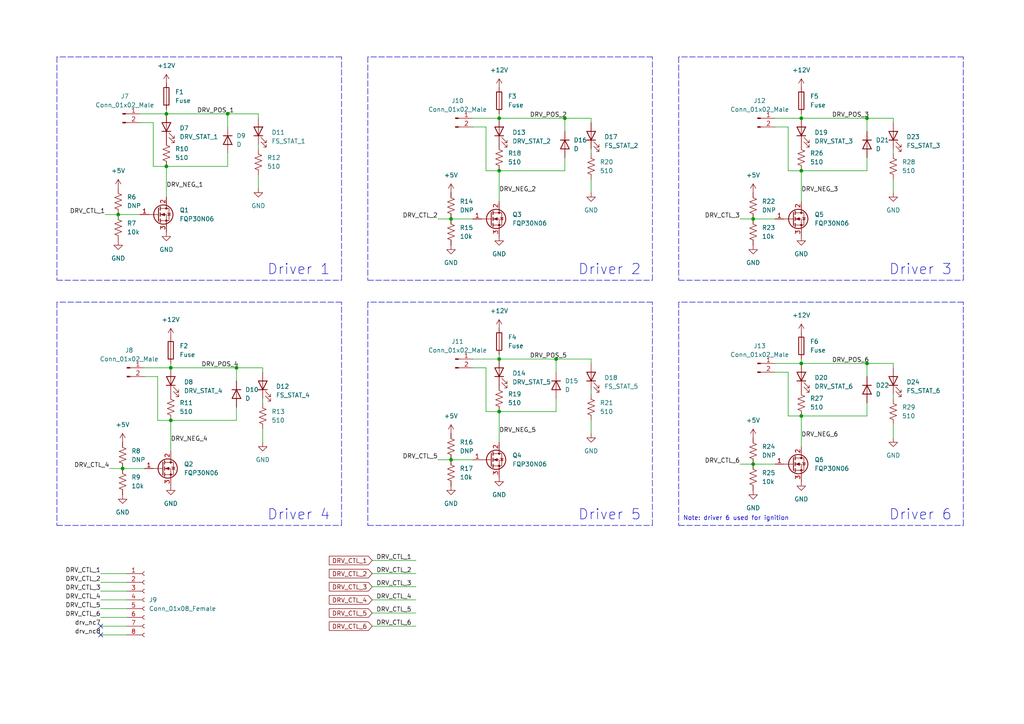
<source format=kicad_sch>
(kicad_sch (version 20211123) (generator eeschema)
  (paper "A4")
  (title_block (title "Drivers") (rev "1") (company "Rice Eclipse"))
  (lib_symbols
    (symbol "Connector:Conn_01x02_Male" (pin_names (offset 1.016) hide)
      (property "Reference" "J" (at 0 2.54 0))
      (property "Value" "Conn_01x02_Male" (at 0 -5.08 0))
      (symbol "Conn_01x02_Male_1_1"
        (polyline (pts (xy 1.27 -2.54) (xy 0.8636 -2.54)) (stroke (width 0.1524)))
        (polyline (pts (xy 1.27 0) (xy 0.8636 0)) (stroke (width 0.1524)))
        (rectangle (start 0.8636 -2.413) (end 0 -2.667) (stroke (width 0.1524)) (fill (type outline)))
        (rectangle (start 0.8636 0.127) (end 0 -0.127) (stroke (width 0.1524)) (fill (type outline)))
        (pin passive line (at 5.08 0 180) (length 3.81) (name "Pin_1") (number "1"))
        (pin passive line (at 5.08 -2.54 180) (length 3.81) (name "Pin_2") (number "2"))
      )
    )
    (symbol "Connector:Conn_01x08_Female" (pin_names (offset 1.016) hide)
      (property "Reference" "J" (at 0 10.16 0))
      (property "Value" "Conn_01x08_Female" (at 0 -12.7 0))
      (symbol "Conn_01x08_Female_1_1"
        (arc (start 0 -9.652) (mid -0.508 -10.16) (end 0 -10.668) (stroke (width 0.1524)))
        (arc (start 0 -7.112) (mid -0.508 -7.62) (end 0 -8.128) (stroke (width 0.1524)))
        (arc (start 0 -4.572) (mid -0.508 -5.08) (end 0 -5.588) (stroke (width 0.1524)))
        (arc (start 0 -2.032) (mid -0.508 -2.54) (end 0 -3.048) (stroke (width 0.1524)))
        (polyline (pts (xy -1.27 -10.16) (xy -0.508 -10.16)) (stroke (width 0.1524)))
        (polyline (pts (xy -1.27 -7.62) (xy -0.508 -7.62)) (stroke (width 0.1524)))
        (polyline (pts (xy -1.27 -5.08) (xy -0.508 -5.08)) (stroke (width 0.1524)))
        (polyline (pts (xy -1.27 -2.54) (xy -0.508 -2.54)) (stroke (width 0.1524)))
        (polyline (pts (xy -1.27 0) (xy -0.508 0)) (stroke (width 0.1524)))
        (polyline (pts (xy -1.27 2.54) (xy -0.508 2.54)) (stroke (width 0.1524)))
        (polyline (pts (xy -1.27 5.08) (xy -0.508 5.08)) (stroke (width 0.1524)))
        (polyline (pts (xy -1.27 7.62) (xy -0.508 7.62)) (stroke (width 0.1524)))
        (arc (start 0 0.508) (mid -0.508 0) (end 0 -0.508) (stroke (width 0.1524)))
        (arc (start 0 3.048) (mid -0.508 2.54) (end 0 2.032) (stroke (width 0.1524)))
        (arc (start 0 5.588) (mid -0.508 5.08) (end 0 4.572) (stroke (width 0.1524)))
        (arc (start 0 8.128) (mid -0.508 7.62) (end 0 7.112) (stroke (width 0.1524)))
        (pin passive line (at -5.08 7.62 0) (length 3.81) (name "Pin_1") (number "1"))
        (pin passive line (at -5.08 5.08 0) (length 3.81) (name "Pin_2") (number "2"))
        (pin passive line (at -5.08 2.54 0) (length 3.81) (name "Pin_3") (number "3"))
        (pin passive line (at -5.08 0 0) (length 3.81) (name "Pin_4") (number "4"))
        (pin passive line (at -5.08 -2.54 0) (length 3.81) (name "Pin_5") (number "5"))
        (pin passive line (at -5.08 -5.08 0) (length 3.81) (name "Pin_6") (number "6"))
        (pin passive line (at -5.08 -7.62 0) (length 3.81) (name "Pin_7") (number "7"))
        (pin passive line (at -5.08 -10.16 0) (length 3.81) (name "Pin_8") (number "8"))
      )
    )
    (symbol "Device:D" (pin_numbers hide) (pin_names (offset 1.016) hide)
      (property "Reference" "D" (at 0 2.54 0))
      (property "Value" "D" (at 0 -2.54 0))
      (symbol "D_0_1"
        (polyline (pts (xy -1.27 1.27) (xy -1.27 -1.27)) (stroke (width 0.254)))
        (polyline (pts (xy 1.27 0) (xy -1.27 0)))
        (polyline (pts (xy 1.27 1.27) (xy 1.27 -1.27) (xy -1.27 0) (xy 1.27 1.27)) (stroke (width 0.254)))
      )
      (symbol "D_1_1"
        (pin passive line (at -3.81 0 0) (length 2.54) (name "K") (number "1"))
        (pin passive line (at 3.81 0 180) (length 2.54) (name "A") (number "2"))
      )
    )
    (symbol "Device:Fuse" (pin_numbers hide) (pin_names (offset 0))
      (property "Reference" "F" (at 2.032 0 90))
      (property "Value" "Fuse" (at -1.905 0 90))
      (symbol "Fuse_0_1"
        (rectangle (start -0.762 -2.54) (end 0.762 2.54) (stroke (width 0.254)))
        (polyline (pts (xy 0 2.54) (xy 0 -2.54)))
      )
      (symbol "Fuse_1_1"
        (pin passive line (at 0 3.81 270) (length 1.27) (name "~") (number "1"))
        (pin passive line (at 0 -3.81 90) (length 1.27) (name "~") (number "2"))
      )
    )
    (symbol "Device:LED" (pin_numbers hide) (pin_names (offset 1.016) hide)
      (property "Reference" "D" (at 0 2.54 0))
      (property "Value" "LED" (at 0 -2.54 0))
      (symbol "LED_0_1"
        (polyline (pts (xy -1.27 -1.27) (xy -1.27 1.27)) (stroke (width 0.254)))
        (polyline (pts (xy -1.27 0) (xy 1.27 0)))
        (polyline (pts (xy 1.27 -1.27) (xy 1.27 1.27) (xy -1.27 0) (xy 1.27 -1.27)) (stroke (width 0.254)))
        (polyline (pts (xy -3.048 -0.762) (xy -4.572 -2.286) (xy -3.81 -2.286) (xy -4.572 -2.286) (xy -4.572 -1.524)))
        (polyline (pts (xy -1.778 -0.762) (xy -3.302 -2.286) (xy -2.54 -2.286) (xy -3.302 -2.286) (xy -3.302 -1.524)))
      )
      (symbol "LED_1_1"
        (pin passive line (at -3.81 0 0) (length 2.54) (name "K") (number "1"))
        (pin passive line (at 3.81 0 180) (length 2.54) (name "A") (number "2"))
      )
    )
    (symbol "Device:Q_NMOS_GDS" (pin_names (offset 0) hide)
      (property "Reference" "Q" (at 5.08 1.27 0))
      (property "Value" "Q_NMOS_GDS" (at 5.08 -1.27 0))
      (symbol "Q_NMOS_GDS_0_1"
        (polyline (pts (xy 0.254 0) (xy -2.54 0)))
        (polyline (pts (xy 0.254 1.905) (xy 0.254 -1.905)) (stroke (width 0.254)))
        (polyline (pts (xy 0.762 -1.27) (xy 0.762 -2.286)) (stroke (width 0.254)))
        (polyline (pts (xy 0.762 0.508) (xy 0.762 -0.508)) (stroke (width 0.254)))
        (polyline (pts (xy 0.762 2.286) (xy 0.762 1.27)) (stroke (width 0.254)))
        (polyline (pts (xy 2.54 2.54) (xy 2.54 1.778)))
        (polyline (pts (xy 2.54 -2.54) (xy 2.54 0) (xy 0.762 0)))
        (polyline (pts (xy 0.762 -1.778) (xy 3.302 -1.778) (xy 3.302 1.778) (xy 0.762 1.778)))
        (polyline (pts (xy 1.016 0) (xy 2.032 0.381) (xy 2.032 -0.381) (xy 1.016 0)) (fill (type outline)))
        (polyline (pts (xy 2.794 0.508) (xy 2.921 0.381) (xy 3.683 0.381) (xy 3.81 0.254)))
        (polyline (pts (xy 3.302 0.381) (xy 2.921 -0.254) (xy 3.683 -0.254) (xy 3.302 0.381)))
        (circle (center 1.651 0) (radius 2.794) (stroke (width 0.254)))
        (circle (center 2.54 -1.778) (radius 0.254) (fill (type outline)))
        (circle (center 2.54 1.778) (radius 0.254) (fill (type outline)))
      )
      (symbol "Q_NMOS_GDS_1_1"
        (pin input line (at -5.08 0 0) (length 2.54) (name "G") (number "1"))
        (pin passive line (at 2.54 5.08 270) (length 2.54) (name "D") (number "2"))
        (pin passive line (at 2.54 -5.08 90) (length 2.54) (name "S") (number "3"))
      )
    )
    (symbol "Device:R_US" (pin_numbers hide) (pin_names (offset 0))
      (property "Reference" "R" (at 2.54 0 90))
      (property "Value" "R_US" (at -2.54 0 90))
      (symbol "R_US_0_1"
        (polyline (pts (xy 0 -2.286) (xy 0 -2.54)))
        (polyline (pts (xy 0 2.286) (xy 0 2.54)))
        (polyline (pts (xy 0 -0.762) (xy 1.016 -1.143) (xy 0 -1.524) (xy -1.016 -1.905) (xy 0 -2.286)))
        (polyline (pts (xy 0 0.762) (xy 1.016 0.381) (xy 0 0) (xy -1.016 -0.381) (xy 0 -0.762)))
        (polyline (pts (xy 0 2.286) (xy 1.016 1.905) (xy 0 1.524) (xy -1.016 1.143) (xy 0 0.762)))
      )
      (symbol "R_US_1_1"
        (pin passive line (at 0 3.81 270) (length 1.27) (name "~") (number "1"))
        (pin passive line (at 0 -3.81 90) (length 1.27) (name "~") (number "2"))
      )
    )
    (symbol "power:+12V" (power) (pin_names (offset 0))
      (property "Value" "+12V" (at 0 3.556 0))
      (symbol "+12V_0_1"
        (polyline (pts (xy -0.762 1.27) (xy 0 2.54)))
        (polyline (pts (xy 0 0) (xy 0 2.54)))
        (polyline (pts (xy 0 2.54) (xy 0.762 1.27)))
      )
      (symbol "+12V_1_1"
        (pin power_in line (at 0 0 90) (length 0) hide (name "+12V") (number "1"))
      )
    )
    (symbol "power:+5V" (power) (pin_names (offset 0))
      (property "Value" "+5V" (at 0 3.556 0))
      (symbol "+5V_0_1"
        (polyline (pts (xy -0.762 1.27) (xy 0 2.54)))
        (polyline (pts (xy 0 0) (xy 0 2.54)))
        (polyline (pts (xy 0 2.54) (xy 0.762 1.27)))
      )
      (symbol "+5V_1_1"
        (pin power_in line (at 0 0 90) (length 0) hide (name "+5V") (number "1"))
      )
    )
    (symbol "power:GND" (power) (pin_names (offset 0))
      (property "Value" "GND" (at 0 -3.81 0))
      (symbol "GND_0_1"
        (polyline (pts (xy 0 0) (xy 0 -1.27) (xy 1.27 -1.27) (xy 0 -2.54) (xy -1.27 -1.27) (xy 0 -1.27)))
      )
      (symbol "GND_1_1"
        (pin power_in line (at 0 0 270) (length 0) hide (name "GND") (number "1"))
      )
    )
  )
  (junction (at 35.56 135.89))
  (junction (at 232.41 34.29))
  (junction (at 68.58 106.68))
  (junction (at 161.29 104.14))
  (junction (at 218.44 134.62))
  (junction (at 144.78 104.14))
  (junction (at 251.46 34.29))
  (junction (at 144.78 34.29))
  (junction (at 130.81 133.35))
  (junction (at 144.78 119.38))
  (junction (at 251.46 105.41))
  (junction (at 66.04 33.02))
  (junction (at 130.81 63.5))
  (junction (at 48.26 48.26))
  (junction (at 232.41 120.65))
  (junction (at 48.26 33.02))
  (junction (at 144.78 49.53))
  (junction (at 232.41 49.53))
  (junction (at 49.53 106.68))
  (junction (at 218.44 63.5))
  (junction (at 163.83 34.29))
  (junction (at 232.41 105.41))
  (junction (at 34.29 62.23))
  (junction (at 49.53 121.92))
  (no_connect (at 29.21 181.61))
  (no_connect (at 29.21 184.15))
  (wire (pts (xy 29.21 179.07) (xy 36.83 179.07)))
  (polyline (pts (xy 196.85 16.51) (xy 196.85 81.28)))
  (wire (pts (xy 48.26 31.75) (xy 48.26 33.02)))
  (wire (pts (xy 127 63.5) (xy 130.81 63.5)))
  (wire (pts (xy 49.53 106.68) (xy 68.58 106.68)))
  (polyline (pts (xy 196.85 81.28) (xy 279.4 81.28)))
  (wire (pts (xy 144.78 34.29) (xy 163.83 34.29)))
  (wire (pts (xy 171.45 43.18) (xy 171.45 44.45)))
  (wire (pts (xy 41.91 109.22) (xy 45.72 109.22)))
  (wire (pts (xy 137.16 36.83) (xy 140.97 36.83)))
  (wire (pts (xy 49.53 121.92) (xy 68.58 121.92)))
  (polyline (pts (xy 189.23 152.4) (xy 189.23 87.63)))
  (wire (pts (xy 74.93 34.29) (xy 74.93 33.02)))
  (polyline (pts (xy 279.4 81.28) (xy 279.4 16.51)))
  (wire (pts (xy 228.6 120.65) (xy 232.41 120.65)))
  (wire (pts (xy 232.41 105.41) (xy 251.46 105.41)))
  (wire (pts (xy 228.6 107.95) (xy 228.6 120.65)))
  (wire (pts (xy 49.53 105.41) (xy 49.53 106.68)))
  (wire (pts (xy 41.91 106.68) (xy 49.53 106.68)))
  (wire (pts (xy 171.45 52.07) (xy 171.45 55.88)))
  (wire (pts (xy 44.45 48.26) (xy 48.26 48.26)))
  (polyline (pts (xy 16.51 152.4) (xy 99.06 152.4)))
  (wire (pts (xy 29.21 171.45) (xy 36.83 171.45)))
  (polyline (pts (xy 279.4 152.4) (xy 279.4 87.63)))
  (wire (pts (xy 48.26 33.02) (xy 66.04 33.02)))
  (wire (pts (xy 161.29 104.14) (xy 144.78 104.14)))
  (wire (pts (xy 161.29 119.38) (xy 161.29 115.57)))
  (polyline (pts (xy 106.68 81.28) (xy 189.23 81.28)))
  (wire (pts (xy 107.95 181.61) (xy 120.65 181.61)))
  (wire (pts (xy 259.08 43.18) (xy 259.08 44.45)))
  (wire (pts (xy 30.48 62.23) (xy 34.29 62.23)))
  (wire (pts (xy 29.21 184.15) (xy 36.83 184.15)))
  (polyline (pts (xy 99.06 16.51) (xy 16.51 16.51)))
  (wire (pts (xy 29.21 176.53) (xy 36.83 176.53)))
  (wire (pts (xy 171.45 113.03) (xy 171.45 114.3)))
  (wire (pts (xy 218.44 134.62) (xy 224.79 134.62)))
  (wire (pts (xy 107.95 162.56) (xy 120.65 162.56)))
  (wire (pts (xy 163.83 38.1) (xy 163.83 34.29)))
  (wire (pts (xy 29.21 166.37) (xy 36.83 166.37)))
  (polyline (pts (xy 16.51 81.28) (xy 99.06 81.28)))
  (wire (pts (xy 140.97 36.83) (xy 140.97 49.53)))
  (wire (pts (xy 130.81 63.5) (xy 137.16 63.5)))
  (wire (pts (xy 171.45 121.92) (xy 171.45 125.73)))
  (wire (pts (xy 34.29 62.23) (xy 40.64 62.23)))
  (wire (pts (xy 66.04 36.83) (xy 66.04 33.02)))
  (wire (pts (xy 74.93 41.91) (xy 74.93 43.18)))
  (wire (pts (xy 137.16 34.29) (xy 144.78 34.29)))
  (wire (pts (xy 44.45 35.56) (xy 44.45 48.26)))
  (wire (pts (xy 40.64 35.56) (xy 44.45 35.56)))
  (wire (pts (xy 224.79 105.41) (xy 232.41 105.41)))
  (wire (pts (xy 144.78 33.02) (xy 144.78 34.29)))
  (wire (pts (xy 251.46 38.1) (xy 251.46 34.29)))
  (wire (pts (xy 259.08 114.3) (xy 259.08 115.57)))
  (wire (pts (xy 232.41 34.29) (xy 251.46 34.29)))
  (wire (pts (xy 224.79 107.95) (xy 228.6 107.95)))
  (wire (pts (xy 232.41 104.14) (xy 232.41 105.41)))
  (wire (pts (xy 144.78 119.38) (xy 144.78 128.27)))
  (wire (pts (xy 214.63 134.62) (xy 218.44 134.62)))
  (wire (pts (xy 251.46 120.65) (xy 251.46 116.84)))
  (wire (pts (xy 76.2 115.57) (xy 76.2 116.84)))
  (polyline (pts (xy 99.06 87.63) (xy 16.51 87.63)))
  (polyline (pts (xy 279.4 16.51) (xy 196.85 16.51)))
  (polyline (pts (xy 106.68 152.4) (xy 189.23 152.4)))
  (wire (pts (xy 130.81 133.35) (xy 137.16 133.35)))
  (wire (pts (xy 214.63 63.5) (xy 218.44 63.5)))
  (polyline (pts (xy 196.85 87.63) (xy 196.85 152.4)))
  (polyline (pts (xy 189.23 81.28) (xy 189.23 16.51)))
  (wire (pts (xy 68.58 110.49) (xy 68.58 106.68)))
  (wire (pts (xy 137.16 104.14) (xy 144.78 104.14)))
  (wire (pts (xy 163.83 49.53) (xy 163.83 45.72)))
  (polyline (pts (xy 99.06 152.4) (xy 99.06 87.63)))
  (wire (pts (xy 107.95 170.18) (xy 120.65 170.18)))
  (wire (pts (xy 232.41 120.65) (xy 232.41 129.54)))
  (wire (pts (xy 76.2 106.68) (xy 68.58 106.68)))
  (polyline (pts (xy 16.51 87.63) (xy 16.51 152.4)))
  (wire (pts (xy 171.45 105.41) (xy 171.45 104.14)))
  (wire (pts (xy 232.41 49.53) (xy 251.46 49.53)))
  (wire (pts (xy 259.08 35.56) (xy 259.08 34.29)))
  (wire (pts (xy 218.44 63.5) (xy 224.79 63.5)))
  (wire (pts (xy 259.08 106.68) (xy 259.08 105.41)))
  (wire (pts (xy 29.21 173.99) (xy 36.83 173.99)))
  (wire (pts (xy 144.78 49.53) (xy 144.78 58.42)))
  (wire (pts (xy 259.08 52.07) (xy 259.08 55.88)))
  (wire (pts (xy 76.2 107.95) (xy 76.2 106.68)))
  (polyline (pts (xy 189.23 87.63) (xy 106.68 87.63)))
  (wire (pts (xy 48.26 48.26) (xy 66.04 48.26)))
  (wire (pts (xy 144.78 49.53) (xy 163.83 49.53)))
  (wire (pts (xy 259.08 105.41) (xy 251.46 105.41)))
  (wire (pts (xy 140.97 106.68) (xy 140.97 119.38)))
  (wire (pts (xy 144.78 119.38) (xy 161.29 119.38)))
  (wire (pts (xy 66.04 48.26) (xy 66.04 44.45)))
  (wire (pts (xy 107.95 177.8) (xy 120.65 177.8)))
  (wire (pts (xy 171.45 35.56) (xy 171.45 34.29)))
  (wire (pts (xy 259.08 123.19) (xy 259.08 127)))
  (wire (pts (xy 224.79 34.29) (xy 232.41 34.29)))
  (wire (pts (xy 144.78 102.87) (xy 144.78 104.14)))
  (wire (pts (xy 228.6 36.83) (xy 228.6 49.53)))
  (wire (pts (xy 40.64 33.02) (xy 48.26 33.02)))
  (wire (pts (xy 29.21 168.91) (xy 36.83 168.91)))
  (wire (pts (xy 35.56 135.89) (xy 41.91 135.89)))
  (wire (pts (xy 232.41 120.65) (xy 251.46 120.65)))
  (wire (pts (xy 228.6 49.53) (xy 232.41 49.53)))
  (wire (pts (xy 259.08 34.29) (xy 251.46 34.29)))
  (wire (pts (xy 45.72 121.92) (xy 49.53 121.92)))
  (wire (pts (xy 74.93 50.8) (xy 74.93 54.61)))
  (wire (pts (xy 127 133.35) (xy 130.81 133.35)))
  (polyline (pts (xy 279.4 87.63) (xy 196.85 87.63)))
  (wire (pts (xy 161.29 107.95) (xy 161.29 104.14)))
  (wire (pts (xy 74.93 33.02) (xy 66.04 33.02)))
  (wire (pts (xy 171.45 104.14) (xy 161.29 104.14)))
  (polyline (pts (xy 99.06 81.28) (xy 99.06 16.51)))
  (wire (pts (xy 140.97 119.38) (xy 144.78 119.38)))
  (wire (pts (xy 251.46 109.22) (xy 251.46 105.41)))
  (wire (pts (xy 107.95 166.37) (xy 120.65 166.37)))
  (wire (pts (xy 107.95 173.99) (xy 120.65 173.99)))
  (wire (pts (xy 232.41 33.02) (xy 232.41 34.29)))
  (polyline (pts (xy 189.23 16.51) (xy 106.68 16.51)))
  (wire (pts (xy 232.41 49.53) (xy 232.41 58.42)))
  (polyline (pts (xy 106.68 16.51) (xy 106.68 81.28)))
  (polyline (pts (xy 16.51 16.51) (xy 16.51 81.28)))
  (wire (pts (xy 68.58 121.92) (xy 68.58 118.11)))
  (polyline (pts (xy 196.85 152.4) (xy 279.4 152.4)))
  (wire (pts (xy 29.21 181.61) (xy 36.83 181.61)))
  (wire (pts (xy 251.46 49.53) (xy 251.46 45.72)))
  (wire (pts (xy 31.75 135.89) (xy 35.56 135.89)))
  (polyline (pts (xy 106.68 87.63) (xy 106.68 152.4)))
  (wire (pts (xy 171.45 34.29) (xy 163.83 34.29)))
  (wire (pts (xy 45.72 109.22) (xy 45.72 121.92)))
  (wire (pts (xy 76.2 124.46) (xy 76.2 128.27)))
  (wire (pts (xy 48.26 48.26) (xy 48.26 57.15)))
  (wire (pts (xy 49.53 121.92) (xy 49.53 130.81)))
  (wire (pts (xy 224.79 36.83) (xy 228.6 36.83)))
  (wire (pts (xy 140.97 49.53) (xy 144.78 49.53)))
  (wire (pts (xy 137.16 106.68) (xy 140.97 106.68)))
  (text "Driver 1\n" (at 77.47 80.01 0) (effects (font (size 3 3)) (justify left bottom)))
  (text "Driver 3" (at 257.81 80.01 0) (effects (font (size 3 3)) (justify left bottom)))
  (text "Driver 2\n" (at 167.64 80.01 0) (effects (font (size 3 3)) (justify left bottom)))
  (text "Driver 6" (at 257.81 151.13 0) (effects (font (size 3 3)) (justify left bottom)))
  (text "Driver 4" (at 77.47 151.13 0) (effects (font (size 3 3)) (justify left bottom)))
  (text "Note: driver 6 used for ignition" (at 198.12 151.13 0) (effects (font (size 1.27 1.27)) (justify left bottom)))
  (text "Driver 5\n" (at 167.64 151.13 0) (effects (font (size 3 3)) (justify left bottom)))
  (label "DRV_POS_3" (at 241.3 34.29 0))
  (label "DRV_NEG_3" (at 232.41 55.88 0))
  (label "DRV_NEG_2" (at 144.78 55.88 0))
  (label "DRV_CTL_4" (at 119.38 173.99 180))
  (label "DRV_POS_4" (at 58.42 106.68 0))
  (label "DRV_CTL_1" (at 119.38 162.56 180))
  (label "DRV_NEG_5" (at 144.78 125.73 0))
  (label "DRV_CTL_3" (at 214.63 63.5 180))
  (label "DRV_NEG_4" (at 49.53 128.27 0))
  (label "DRV_CTL_4" (at 31.75 135.89 180))
  (label "DRV_CTL_5" (at 119.38 177.8 180))
  (label "DRV_POS_6" (at 241.3 105.41 0))
  (label "DRV_NEG_6" (at 232.41 127 0))
  (label "DRV_CTL_1" (at 29.21 166.37 180))
  (label "DRV_CTL_6" (at 29.21 179.07 180))
  (label "DRV_CTL_5" (at 127 133.35 180))
  (label "drv_nc7" (at 29.21 181.61 180))
  (label "drv_nc8" (at 29.21 184.15 180))
  (label "DRV_POS_5" (at 153.67 104.14 0))
  (label "DRV_CTL_2" (at 127 63.5 180))
  (label "DRV_CTL_3" (at 29.21 171.45 180))
  (label "DRV_CTL_1" (at 30.48 62.23 180))
  (label "DRV_POS_1" (at 57.15 33.02 0))
  (label "DRV_NEG_1" (at 48.26 54.61 0))
  (label "DRV_CTL_5" (at 29.21 176.53 180))
  (label "DRV_CTL_6" (at 214.63 134.62 180))
  (label "DRV_CTL_2" (at 29.21 168.91 180))
  (label "DRV_CTL_4" (at 29.21 173.99 180))
  (label "DRV_CTL_6" (at 119.38 181.61 180))
  (label "DRV_POS_2" (at 153.67 34.29 0))
  (label "DRV_CTL_2" (at 119.38 166.37 180))
  (label "DRV_CTL_3" (at 119.38 170.18 180))
  (global_label "DRV_CTL_2" (shape input) (at 107.95 166.37 180) (property "Intersheet References" "${INTERSHEET_REFS}" (effects hide)))
  (global_label "DRV_CTL_3" (shape input) (at 107.95 170.18 180) (property "Intersheet References" "${INTERSHEET_REFS}" (effects hide)))
  (global_label "DRV_CTL_4" (shape input) (at 107.95 173.99 180) (property "Intersheet References" "${INTERSHEET_REFS}" (effects hide)))
  (global_label "DRV_CTL_6" (shape input) (at 107.95 181.61 180) (property "Intersheet References" "${INTERSHEET_REFS}" (effects hide)))
  (global_label "DRV_CTL_1" (shape input) (at 107.95 162.56 180) (property "Intersheet References" "${INTERSHEET_REFS}" (effects hide)))
  (global_label "DRV_CTL_5" (shape input) (at 107.95 177.8 180) (property "Intersheet References" "${INTERSHEET_REFS}" (effects hide)))
  (symbol (lib_id "Device:Q_NMOS_GDS") (at 142.24 133.35 0) (unit 1)
    (property "Reference" "Q4" (at 148.59 132.0799 0) (effects (justify left)))
    (property "Value" "FQP30N06" (at 148.59 134.6199 0) (effects (justify left)))
  )
  (symbol (lib_id "power:GND") (at 218.44 71.12 0) (unit 1)
    (property "Reference" "#PWR038" (effects hide))
    (property "Value" "GND" (at 218.44 76.2 0))
  )
  (symbol (lib_id "power:+5V") (at 34.29 54.61 0) (unit 1)
    (property "Reference" "#PWR017" (effects hide))
    (property "Value" "+5V" (at 34.29 49.53 0))
  )
  (symbol (lib_id "power:GND") (at 35.56 143.51 0) (unit 1)
    (property "Reference" "#PWR020" (effects hide))
    (property "Value" "GND" (at 35.56 148.59 0))
  )
  (symbol (lib_id "power:GND") (at 171.45 55.88 0) (unit 1)
    (property "Reference" "#PWR035" (effects hide))
    (property "Value" "GND" (at 171.45 60.96 0))
  )
  (symbol (lib_id "power:GND") (at 218.44 142.24 0) (unit 1)
    (property "Reference" "#PWR040" (effects hide))
    (property "Value" "GND" (at 218.44 147.32 0))
  )
  (symbol (lib_id "Device:Q_NMOS_GDS") (at 45.72 62.23 0) (unit 1)
    (property "Reference" "Q1" (at 52.07 60.9599 0) (effects (justify left)))
    (property "Value" "FQP30N06" (at 52.07 63.4999 0) (effects (justify left)))
  )
  (symbol (lib_id "Device:Fuse") (at 48.26 27.94 0) (unit 1)
    (property "Reference" "F1" (at 50.8 26.6699 0) (effects (justify left)))
    (property "Value" "Fuse" (at 50.8 29.2099 0) (effects (justify left)))
  )
  (symbol (lib_id "Connector:Conn_01x02_Male") (at 36.83 106.68 0) (unit 1)
    (property "Reference" "J8" (at 37.465 101.6 0))
    (property "Value" "Conn_01x02_Male" (at 37.465 104.14 0))
  )
  (symbol (lib_id "power:+5V") (at 130.81 125.73 0) (unit 1)
    (property "Reference" "#PWR029" (effects hide))
    (property "Value" "+5V" (at 130.81 120.65 0))
  )
  (symbol (lib_id "power:+5V") (at 218.44 55.88 0) (unit 1)
    (property "Reference" "#PWR037" (effects hide))
    (property "Value" "+5V" (at 218.44 50.8 0))
  )
  (symbol (lib_id "power:GND") (at 171.45 125.73 0) (unit 1)
    (property "Reference" "#PWR036" (effects hide))
    (property "Value" "GND" (at 171.45 130.81 0))
  )
  (symbol (lib_id "power:GND") (at 48.26 67.31 0) (unit 1)
    (property "Reference" "#PWR022" (effects hide))
    (property "Value" "GND" (at 48.26 72.39 0))
  )
  (symbol (lib_id "Device:D") (at 161.29 111.76 270) (unit 1)
    (property "Reference" "D15" (at 163.83 110.4899 90) (effects (justify left)))
    (property "Value" "D" (at 163.83 113.0299 90) (effects (justify left)))
  )
  (symbol (lib_id "Device:LED") (at 232.41 38.1 90) (unit 1)
    (property "Reference" "D19" (at 236.22 38.4174 90) (effects (justify right)))
    (property "Value" "DRV_STAT_3" (at 236.22 40.9574 90) (effects (justify right)))
  )
  (symbol (lib_id "Device:Q_NMOS_GDS") (at 229.87 134.62 0) (unit 1)
    (property "Reference" "Q6" (at 236.22 133.3499 0) (effects (justify left)))
    (property "Value" "FQP30N06" (at 236.22 135.8899 0) (effects (justify left)))
  )
  (symbol (lib_id "Device:R_US") (at 130.81 137.16 0) (unit 1)
    (property "Reference" "R17" (at 133.35 135.8899 0) (effects (justify left)))
    (property "Value" "10k" (at 133.35 138.4299 0) (effects (justify left)))
  )
  (symbol (lib_id "Device:R_US") (at 35.56 132.08 0) (unit 1) (on_board no)
    (property "Reference" "R8" (at 38.1 130.8099 0) (effects (justify left)))
    (property "Value" "DNP" (at 38.1 133.3499 0) (effects (justify left)))
  )
  (symbol (lib_id "Connector:Conn_01x08_Female") (at 41.91 173.99 0) (unit 1)
    (property "Reference" "J9" (at 43.18 173.9899 0) (effects (justify left)))
    (property "Value" "Conn_01x08_Female" (at 43.18 176.5299 0) (effects (justify left)))
  )
  (symbol (lib_id "Device:D") (at 251.46 41.91 270) (unit 1)
    (property "Reference" "D21" (at 254 40.6399 90) (effects (justify left)))
    (property "Value" "D" (at 254 43.1799 90) (effects (justify left)))
  )
  (symbol (lib_id "Device:R_US") (at 259.08 48.26 0) (unit 1)
    (property "Reference" "R28" (at 261.62 46.9899 0) (effects (justify left)))
    (property "Value" "510" (at 261.62 49.5299 0) (effects (justify left)))
  )
  (symbol (lib_id "power:GND") (at 144.78 68.58 0) (unit 1)
    (property "Reference" "#PWR032" (effects hide))
    (property "Value" "GND" (at 144.78 73.66 0))
  )
  (symbol (lib_id "Device:LED") (at 144.78 107.95 90) (unit 1)
    (property "Reference" "D14" (at 148.59 108.2674 90) (effects (justify right)))
    (property "Value" "DRV_STAT_5" (at 148.59 110.8074 90) (effects (justify right)))
  )
  (symbol (lib_id "Device:R_US") (at 34.29 58.42 0) (unit 1) (on_board no)
    (property "Reference" "R6" (at 36.83 57.1499 0) (effects (justify left)))
    (property "Value" "DNP" (at 36.83 59.6899 0) (effects (justify left)))
  )
  (symbol (lib_id "power:GND") (at 49.53 140.97 0) (unit 1)
    (property "Reference" "#PWR024" (effects hide))
    (property "Value" "GND" (at 49.53 146.05 0))
  )
  (symbol (lib_id "power:+12V") (at 232.41 96.52 0) (unit 1)
    (property "Reference" "#PWR043" (effects hide))
    (property "Value" "+12V" (at 232.41 91.44 0))
  )
  (symbol (lib_id "power:+12V") (at 48.26 24.13 0) (unit 1)
    (property "Reference" "#PWR021" (effects hide))
    (property "Value" "+12V" (at 48.26 19.05 0))
  )
  (symbol (lib_id "Device:Q_NMOS_GDS") (at 46.99 135.89 0) (unit 1)
    (property "Reference" "Q2" (at 53.34 134.6199 0) (effects (justify left)))
    (property "Value" "FQP30N06" (at 53.34 137.1599 0) (effects (justify left)))
  )
  (symbol (lib_id "power:+5V") (at 130.81 55.88 0) (unit 1)
    (property "Reference" "#PWR027" (effects hide))
    (property "Value" "+5V" (at 130.81 50.8 0))
  )
  (symbol (lib_id "Connector:Conn_01x02_Male") (at 132.08 34.29 0) (unit 1)
    (property "Reference" "J10" (at 132.715 29.21 0))
    (property "Value" "Conn_01x02_Male" (at 132.715 31.75 0))
  )
  (symbol (lib_id "Device:Fuse") (at 144.78 29.21 0) (unit 1)
    (property "Reference" "F3" (at 147.32 27.9399 0) (effects (justify left)))
    (property "Value" "Fuse" (at 147.32 30.4799 0) (effects (justify left)))
  )
  (symbol (lib_id "Device:Q_NMOS_GDS") (at 142.24 63.5 0) (unit 1)
    (property "Reference" "Q3" (at 148.59 62.2299 0) (effects (justify left)))
    (property "Value" "FQP30N06" (at 148.59 64.7699 0) (effects (justify left)))
  )
  (symbol (lib_id "Device:D") (at 251.46 113.03 270) (unit 1)
    (property "Reference" "D22" (at 254 111.7599 90) (effects (justify left)))
    (property "Value" "D" (at 254 114.2999 90) (effects (justify left)))
  )
  (symbol (lib_id "power:+12V") (at 49.53 97.79 0) (unit 1)
    (property "Reference" "#PWR023" (effects hide))
    (property "Value" "+12V" (at 49.53 92.71 0))
  )
  (symbol (lib_id "Device:LED") (at 144.78 38.1 90) (unit 1)
    (property "Reference" "D13" (at 148.59 38.4174 90) (effects (justify right)))
    (property "Value" "DRV_STAT_2" (at 148.59 40.9574 90) (effects (justify right)))
  )
  (symbol (lib_id "Device:LED") (at 48.26 36.83 90) (unit 1)
    (property "Reference" "D7" (at 52.07 37.1474 90) (effects (justify right)))
    (property "Value" "DRV_STAT_1" (at 52.07 39.6874 90) (effects (justify right)))
  )
  (symbol (lib_id "power:+5V") (at 218.44 127 0) (unit 1)
    (property "Reference" "#PWR039" (effects hide))
    (property "Value" "+5V" (at 218.44 121.92 0))
  )
  (symbol (lib_id "power:GND") (at 232.41 68.58 0) (unit 1)
    (property "Reference" "#PWR042" (effects hide))
    (property "Value" "GND" (at 232.41 73.66 0))
  )
  (symbol (lib_id "power:+5V") (at 35.56 128.27 0) (unit 1)
    (property "Reference" "#PWR019" (effects hide))
    (property "Value" "+5V" (at 35.56 123.19 0))
  )
  (symbol (lib_id "Device:R_US") (at 218.44 67.31 0) (unit 1)
    (property "Reference" "R23" (at 220.98 66.0399 0) (effects (justify left)))
    (property "Value" "10k" (at 220.98 68.5799 0) (effects (justify left)))
  )
  (symbol (lib_id "power:GND") (at 76.2 128.27 0) (unit 1)
    (property "Reference" "#PWR026" (effects hide))
    (property "Value" "GND" (at 76.2 133.35 0))
  )
  (symbol (lib_id "power:+12V") (at 144.78 25.4 0) (unit 1)
    (property "Reference" "#PWR031" (effects hide))
    (property "Value" "+12V" (at 144.78 20.32 0))
  )
  (symbol (lib_id "Device:R_US") (at 218.44 130.81 0) (unit 1) (on_board no)
    (property "Reference" "R24" (at 220.98 129.5399 0) (effects (justify left)))
    (property "Value" "DNP" (at 220.98 132.0799 0) (effects (justify left)))
  )
  (symbol (lib_id "Device:R_US") (at 144.78 45.72 0) (unit 1)
    (property "Reference" "R18" (at 147.32 44.4499 0) (effects (justify left)))
    (property "Value" "510" (at 147.32 46.9899 0) (effects (justify left)))
  )
  (symbol (lib_id "power:GND") (at 144.78 138.43 0) (unit 1)
    (property "Reference" "#PWR034" (effects hide))
    (property "Value" "GND" (at 144.78 143.51 0))
  )
  (symbol (lib_id "Device:Q_NMOS_GDS") (at 229.87 63.5 0) (unit 1)
    (property "Reference" "Q5" (at 236.22 62.2299 0) (effects (justify left)))
    (property "Value" "FQP30N06" (at 236.22 64.7699 0) (effects (justify left)))
  )
  (symbol (lib_id "Device:Fuse") (at 144.78 99.06 0) (unit 1)
    (property "Reference" "F4" (at 147.32 97.7899 0) (effects (justify left)))
    (property "Value" "Fuse" (at 147.32 100.3299 0) (effects (justify left)))
  )
  (symbol (lib_id "Connector:Conn_01x02_Male") (at 219.71 34.29 0) (unit 1)
    (property "Reference" "J12" (at 220.345 29.21 0))
    (property "Value" "Conn_01x02_Male" (at 220.345 31.75 0))
  )
  (symbol (lib_id "Device:LED") (at 171.45 109.22 90) (unit 1)
    (property "Reference" "D18" (at 175.26 109.5374 90) (effects (justify right)))
    (property "Value" "FS_STAT_5" (at 175.26 112.0774 90) (effects (justify right)))
  )
  (symbol (lib_id "Device:R_US") (at 130.81 67.31 0) (unit 1)
    (property "Reference" "R15" (at 133.35 66.0399 0) (effects (justify left)))
    (property "Value" "10k" (at 133.35 68.5799 0) (effects (justify left)))
  )
  (symbol (lib_id "Device:R_US") (at 218.44 138.43 0) (unit 1)
    (property "Reference" "R25" (at 220.98 137.1599 0) (effects (justify left)))
    (property "Value" "10k" (at 220.98 139.6999 0) (effects (justify left)))
  )
  (symbol (lib_id "Device:R_US") (at 232.41 116.84 0) (unit 1)
    (property "Reference" "R27" (at 234.95 115.5699 0) (effects (justify left)))
    (property "Value" "510" (at 234.95 118.1099 0) (effects (justify left)))
  )
  (symbol (lib_id "Device:R_US") (at 232.41 45.72 0) (unit 1)
    (property "Reference" "R26" (at 234.95 44.4499 0) (effects (justify left)))
    (property "Value" "510" (at 234.95 46.9899 0) (effects (justify left)))
  )
  (symbol (lib_id "Device:R_US") (at 259.08 119.38 0) (unit 1)
    (property "Reference" "R29" (at 261.62 118.1099 0) (effects (justify left)))
    (property "Value" "510" (at 261.62 120.6499 0) (effects (justify left)))
  )
  (symbol (lib_id "power:+12V") (at 144.78 95.25 0) (unit 1)
    (property "Reference" "#PWR033" (effects hide))
    (property "Value" "+12V" (at 144.78 90.17 0))
  )
  (symbol (lib_id "Device:Fuse") (at 232.41 100.33 0) (unit 1)
    (property "Reference" "F6" (at 234.95 99.0599 0) (effects (justify left)))
    (property "Value" "Fuse" (at 234.95 101.5999 0) (effects (justify left)))
  )
  (symbol (lib_id "power:GND") (at 74.93 54.61 0) (unit 1)
    (property "Reference" "#PWR025" (effects hide))
    (property "Value" "GND" (at 74.93 59.69 0))
  )
  (symbol (lib_id "power:GND") (at 259.08 55.88 0) (unit 1)
    (property "Reference" "#PWR045" (effects hide))
    (property "Value" "GND" (at 259.08 60.96 0))
  )
  (symbol (lib_id "Device:R_US") (at 130.81 129.54 0) (unit 1) (on_board no)
    (property "Reference" "R16" (at 133.35 128.2699 0) (effects (justify left)))
    (property "Value" "DNP" (at 133.35 130.8099 0) (effects (justify left)))
  )
  (symbol (lib_id "Connector:Conn_01x02_Male") (at 219.71 105.41 0) (unit 1)
    (property "Reference" "J13" (at 220.345 100.33 0))
    (property "Value" "Conn_01x02_Male" (at 220.345 102.87 0))
  )
  (symbol (lib_id "power:GND") (at 232.41 139.7 0) (unit 1)
    (property "Reference" "#PWR044" (effects hide))
    (property "Value" "GND" (at 232.41 144.78 0))
  )
  (symbol (lib_id "Device:R_US") (at 74.93 46.99 0) (unit 1)
    (property "Reference" "R12" (at 77.47 45.7199 0) (effects (justify left)))
    (property "Value" "510" (at 77.47 48.2599 0) (effects (justify left)))
  )
  (symbol (lib_id "Device:R_US") (at 171.45 118.11 0) (unit 1)
    (property "Reference" "R21" (at 173.99 116.8399 0) (effects (justify left)))
    (property "Value" "510" (at 173.99 119.3799 0) (effects (justify left)))
  )
  (symbol (lib_id "Device:LED") (at 74.93 38.1 90) (unit 1)
    (property "Reference" "D11" (at 78.74 38.4174 90) (effects (justify right)))
    (property "Value" "FS_STAT_1" (at 78.74 40.9574 90) (effects (justify right)))
  )
  (symbol (lib_id "Device:R_US") (at 171.45 48.26 0) (unit 1)
    (property "Reference" "R20" (at 173.99 46.9899 0) (effects (justify left)))
    (property "Value" "510" (at 173.99 49.5299 0) (effects (justify left)))
  )
  (symbol (lib_id "Connector:Conn_01x02_Male") (at 35.56 33.02 0) (unit 1)
    (property "Reference" "J7" (at 36.195 27.94 0))
    (property "Value" "Conn_01x02_Male" (at 36.195 30.48 0))
  )
  (symbol (lib_id "Connector:Conn_01x02_Male") (at 132.08 104.14 0) (unit 1)
    (property "Reference" "J11" (at 132.715 99.06 0))
    (property "Value" "Conn_01x02_Male" (at 132.715 101.6 0))
  )
  (symbol (lib_id "Device:R_US") (at 34.29 66.04 0) (unit 1)
    (property "Reference" "R7" (at 36.83 64.7699 0) (effects (justify left)))
    (property "Value" "10k" (at 36.83 67.3099 0) (effects (justify left)))
  )
  (symbol (lib_id "Device:R_US") (at 35.56 139.7 0) (unit 1)
    (property "Reference" "R9" (at 38.1 138.4299 0) (effects (justify left)))
    (property "Value" "10k" (at 38.1 140.9699 0) (effects (justify left)))
  )
  (symbol (lib_id "power:GND") (at 259.08 127 0) (unit 1)
    (property "Reference" "#PWR046" (effects hide))
    (property "Value" "GND" (at 259.08 132.08 0))
  )
  (symbol (lib_id "Device:R_US") (at 218.44 59.69 0) (unit 1) (on_board no)
    (property "Reference" "R22" (at 220.98 58.4199 0) (effects (justify left)))
    (property "Value" "DNP" (at 220.98 60.9599 0) (effects (justify left)))
  )
  (symbol (lib_id "Device:LED") (at 49.53 110.49 90) (unit 1)
    (property "Reference" "D8" (at 53.34 110.8074 90) (effects (justify right)))
    (property "Value" "DRV_STAT_4" (at 53.34 113.3474 90) (effects (justify right)))
  )
  (symbol (lib_id "Device:R_US") (at 144.78 115.57 0) (unit 1)
    (property "Reference" "R19" (at 147.32 114.2999 0) (effects (justify left)))
    (property "Value" "510" (at 147.32 116.8399 0) (effects (justify left)))
  )
  (symbol (lib_id "Device:R_US") (at 130.81 59.69 0) (unit 1) (on_board no)
    (property "Reference" "R14" (at 133.35 58.4199 0) (effects (justify left)))
    (property "Value" "DNP" (at 133.35 60.9599 0) (effects (justify left)))
  )
  (symbol (lib_id "Device:R_US") (at 76.2 120.65 0) (unit 1)
    (property "Reference" "R13" (at 78.74 119.3799 0) (effects (justify left)))
    (property "Value" "510" (at 78.74 121.9199 0) (effects (justify left)))
  )
  (symbol (lib_id "Device:D") (at 68.58 114.3 270) (unit 1)
    (property "Reference" "D10" (at 71.12 113.0299 90) (effects (justify left)))
    (property "Value" "D" (at 71.12 115.5699 90) (effects (justify left)))
  )
  (symbol (lib_id "Device:D") (at 66.04 40.64 270) (unit 1)
    (property "Reference" "D9" (at 68.58 39.3699 90) (effects (justify left)))
    (property "Value" "D" (at 68.58 41.9099 90) (effects (justify left)))
  )
  (symbol (lib_id "Device:LED") (at 232.41 109.22 90) (unit 1)
    (property "Reference" "D20" (at 236.22 109.5374 90) (effects (justify right)))
    (property "Value" "DRV_STAT_6" (at 236.22 112.0774 90) (effects (justify right)))
  )
  (symbol (lib_id "Device:Fuse") (at 49.53 101.6 0) (unit 1)
    (property "Reference" "F2" (at 52.07 100.3299 0) (effects (justify left)))
    (property "Value" "Fuse" (at 52.07 102.8699 0) (effects (justify left)))
  )
  (symbol (lib_id "power:GND") (at 130.81 71.12 0) (unit 1)
    (property "Reference" "#PWR028" (effects hide))
    (property "Value" "GND" (at 130.81 76.2 0))
  )
  (symbol (lib_id "Device:LED") (at 171.45 39.37 90) (unit 1)
    (property "Reference" "D17" (at 175.26 39.6874 90) (effects (justify right)))
    (property "Value" "FS_STAT_2" (at 175.26 42.2274 90) (effects (justify right)))
  )
  (symbol (lib_id "Device:D") (at 163.83 41.91 270) (unit 1)
    (property "Reference" "D16" (at 166.37 40.6399 90) (effects (justify left)))
    (property "Value" "D" (at 166.37 43.1799 90) (effects (justify left)))
  )
  (symbol (lib_id "Device:LED") (at 259.08 110.49 90) (unit 1)
    (property "Reference" "D24" (at 262.89 110.8074 90) (effects (justify right)))
    (property "Value" "FS_STAT_6" (at 262.89 113.3474 90) (effects (justify right)))
  )
  (symbol (lib_id "Device:R_US") (at 49.53 118.11 0) (unit 1)
    (property "Reference" "R11" (at 52.07 116.8399 0) (effects (justify left)))
    (property "Value" "510" (at 52.07 119.3799 0) (effects (justify left)))
  )
  (symbol (lib_id "Device:LED") (at 259.08 39.37 90) (unit 1)
    (property "Reference" "D23" (at 262.89 39.6874 90) (effects (justify right)))
    (property "Value" "FS_STAT_3" (at 262.89 42.2274 90) (effects (justify right)))
  )
  (symbol (lib_id "Device:Fuse") (at 232.41 29.21 0) (unit 1)
    (property "Reference" "F5" (at 234.95 27.9399 0) (effects (justify left)))
    (property "Value" "Fuse" (at 234.95 30.4799 0) (effects (justify left)))
  )
  (symbol (lib_id "power:+12V") (at 232.41 25.4 0) (unit 1)
    (property "Reference" "#PWR041" (effects hide))
    (property "Value" "+12V" (at 232.41 20.32 0))
  )
  (symbol (lib_id "power:GND") (at 130.81 140.97 0) (unit 1)
    (property "Reference" "#PWR030" (effects hide))
    (property "Value" "GND" (at 130.81 146.05 0))
  )
  (symbol (lib_id "Device:R_US") (at 48.26 44.45 0) (unit 1)
    (property "Reference" "R10" (at 50.8 43.1799 0) (effects (justify left)))
    (property "Value" "510" (at 50.8 45.7199 0) (effects (justify left)))
  )
  (symbol (lib_id "power:GND") (at 34.29 69.85 0) (unit 1)
    (property "Reference" "#PWR018" (effects hide))
    (property "Value" "GND" (at 34.29 74.93 0))
  )
  (symbol (lib_id "Device:LED") (at 76.2 111.76 90) (unit 1)
    (property "Reference" "D12" (at 80.01 112.0774 90) (effects (justify right)))
    (property "Value" "FS_STAT_4" (at 80.01 114.6174 90) (effects (justify right)))
  )
)
</source>
